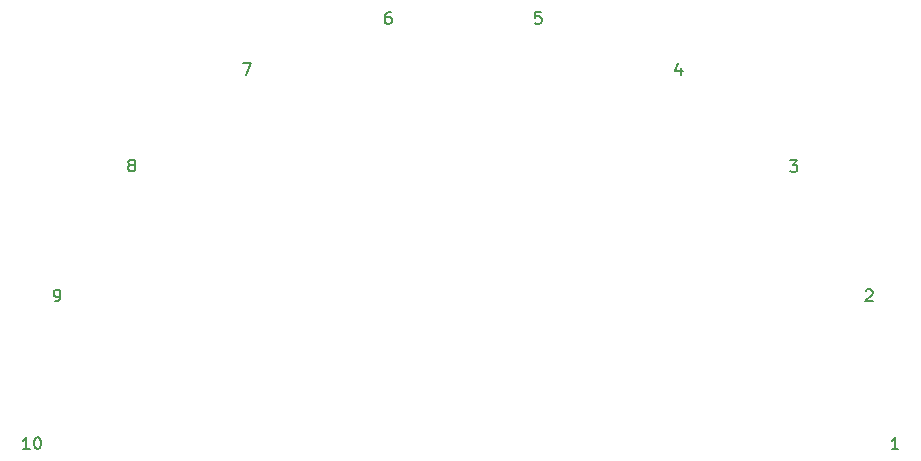
<source format=gbr>
G04 #@! TF.GenerationSoftware,KiCad,Pcbnew,(5.1.5)-3*
G04 #@! TF.CreationDate,2020-01-16T14:49:26-07:00*
G04 #@! TF.ProjectId,Station06,53746174-696f-46e3-9036-2e6b69636164,rev?*
G04 #@! TF.SameCoordinates,Original*
G04 #@! TF.FileFunction,Legend,Top*
G04 #@! TF.FilePolarity,Positive*
%FSLAX46Y46*%
G04 Gerber Fmt 4.6, Leading zero omitted, Abs format (unit mm)*
G04 Created by KiCad (PCBNEW (5.1.5)-3) date 2020-01-16 14:49:26*
%MOMM*%
%LPD*%
G04 APERTURE LIST*
%ADD10C,0.150000*%
G04 APERTURE END LIST*
D10*
X146608095Y-52892380D02*
X146131904Y-52892380D01*
X146084285Y-53368571D01*
X146131904Y-53320952D01*
X146227142Y-53273333D01*
X146465238Y-53273333D01*
X146560476Y-53320952D01*
X146608095Y-53368571D01*
X146655714Y-53463809D01*
X146655714Y-53701904D01*
X146608095Y-53797142D01*
X146560476Y-53844761D01*
X146465238Y-53892380D01*
X146227142Y-53892380D01*
X146131904Y-53844761D01*
X146084285Y-53797142D01*
X133870476Y-52922380D02*
X133680000Y-52922380D01*
X133584761Y-52970000D01*
X133537142Y-53017619D01*
X133441904Y-53160476D01*
X133394285Y-53350952D01*
X133394285Y-53731904D01*
X133441904Y-53827142D01*
X133489523Y-53874761D01*
X133584761Y-53922380D01*
X133775238Y-53922380D01*
X133870476Y-53874761D01*
X133918095Y-53827142D01*
X133965714Y-53731904D01*
X133965714Y-53493809D01*
X133918095Y-53398571D01*
X133870476Y-53350952D01*
X133775238Y-53303333D01*
X133584761Y-53303333D01*
X133489523Y-53350952D01*
X133441904Y-53398571D01*
X133394285Y-53493809D01*
X176865714Y-89912380D02*
X176294285Y-89912380D01*
X176580000Y-89912380D02*
X176580000Y-88912380D01*
X176484761Y-89055238D01*
X176389523Y-89150476D01*
X176294285Y-89198095D01*
X174114285Y-76487619D02*
X174161904Y-76440000D01*
X174257142Y-76392380D01*
X174495238Y-76392380D01*
X174590476Y-76440000D01*
X174638095Y-76487619D01*
X174685714Y-76582857D01*
X174685714Y-76678095D01*
X174638095Y-76820952D01*
X174066666Y-77392380D01*
X174685714Y-77392380D01*
X167686666Y-65452380D02*
X168305714Y-65452380D01*
X167972380Y-65833333D01*
X168115238Y-65833333D01*
X168210476Y-65880952D01*
X168258095Y-65928571D01*
X168305714Y-66023809D01*
X168305714Y-66261904D01*
X168258095Y-66357142D01*
X168210476Y-66404761D01*
X168115238Y-66452380D01*
X167829523Y-66452380D01*
X167734285Y-66404761D01*
X167686666Y-66357142D01*
X158450476Y-57605714D02*
X158450476Y-58272380D01*
X158212380Y-57224761D02*
X157974285Y-57939047D01*
X158593333Y-57939047D01*
X121366666Y-57232380D02*
X122033333Y-57232380D01*
X121604761Y-58232380D01*
X111864761Y-65830952D02*
X111769523Y-65783333D01*
X111721904Y-65735714D01*
X111674285Y-65640476D01*
X111674285Y-65592857D01*
X111721904Y-65497619D01*
X111769523Y-65450000D01*
X111864761Y-65402380D01*
X112055238Y-65402380D01*
X112150476Y-65450000D01*
X112198095Y-65497619D01*
X112245714Y-65592857D01*
X112245714Y-65640476D01*
X112198095Y-65735714D01*
X112150476Y-65783333D01*
X112055238Y-65830952D01*
X111864761Y-65830952D01*
X111769523Y-65878571D01*
X111721904Y-65926190D01*
X111674285Y-66021428D01*
X111674285Y-66211904D01*
X111721904Y-66307142D01*
X111769523Y-66354761D01*
X111864761Y-66402380D01*
X112055238Y-66402380D01*
X112150476Y-66354761D01*
X112198095Y-66307142D01*
X112245714Y-66211904D01*
X112245714Y-66021428D01*
X112198095Y-65926190D01*
X112150476Y-65878571D01*
X112055238Y-65830952D01*
X105449523Y-77402380D02*
X105640000Y-77402380D01*
X105735238Y-77354761D01*
X105782857Y-77307142D01*
X105878095Y-77164285D01*
X105925714Y-76973809D01*
X105925714Y-76592857D01*
X105878095Y-76497619D01*
X105830476Y-76450000D01*
X105735238Y-76402380D01*
X105544761Y-76402380D01*
X105449523Y-76450000D01*
X105401904Y-76497619D01*
X105354285Y-76592857D01*
X105354285Y-76830952D01*
X105401904Y-76926190D01*
X105449523Y-76973809D01*
X105544761Y-77021428D01*
X105735238Y-77021428D01*
X105830476Y-76973809D01*
X105878095Y-76926190D01*
X105925714Y-76830952D01*
X103309523Y-89902380D02*
X102738095Y-89902380D01*
X103023809Y-89902380D02*
X103023809Y-88902380D01*
X102928571Y-89045238D01*
X102833333Y-89140476D01*
X102738095Y-89188095D01*
X103928571Y-88902380D02*
X104023809Y-88902380D01*
X104119047Y-88950000D01*
X104166666Y-88997619D01*
X104214285Y-89092857D01*
X104261904Y-89283333D01*
X104261904Y-89521428D01*
X104214285Y-89711904D01*
X104166666Y-89807142D01*
X104119047Y-89854761D01*
X104023809Y-89902380D01*
X103928571Y-89902380D01*
X103833333Y-89854761D01*
X103785714Y-89807142D01*
X103738095Y-89711904D01*
X103690476Y-89521428D01*
X103690476Y-89283333D01*
X103738095Y-89092857D01*
X103785714Y-88997619D01*
X103833333Y-88950000D01*
X103928571Y-88902380D01*
M02*

</source>
